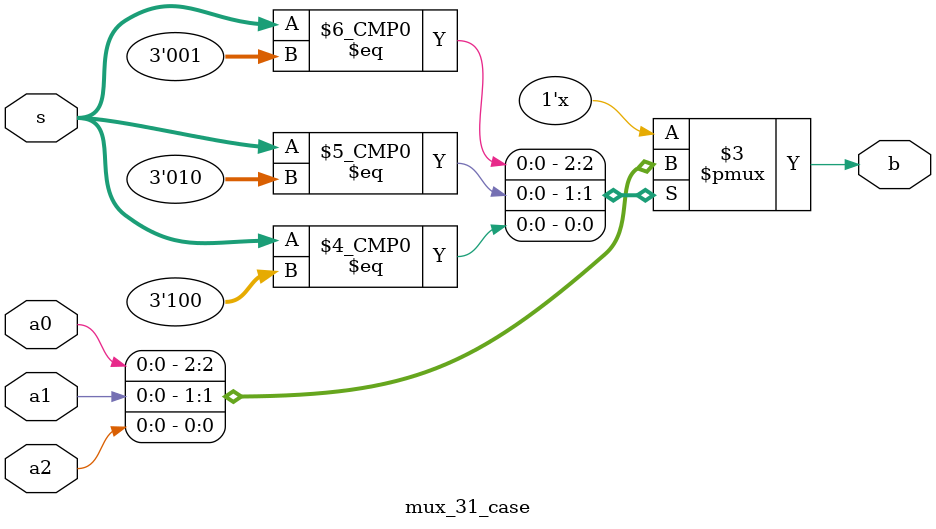
<source format=v>
module mux_31_assign(a2,a1,a0,s,b);
    parameter k = 1;

    input [k-1:0] a2;
    input [k-1:0] a1;
    input [k-1:0] a0;
    input [2:0] s;

    output [k-1:0] b;

    assign b = (a2 & {k{s[2]}}) | (a1 & {k{s[1]}}) | (a0 & {k{s[0]}});

endmodule


// Outputs k'bx when given invalid (non-one-hot) input on selector signal 's'
module mux_31_case(a2,a1,a0,s,b);
    parameter k = 1;

    input [k-1:0] a2;
    input [k-1:0] a1;
    input [k-1:0] a0;
    input [2:0] s;

    output [k-1:0] b;

    reg [k-1:0] b;

    always @(*) begin
        case(s)
            3'b001: b = a0;
            3'b010: b = a1;
            3'b100: b = a2;
            default: b = {k{1'bx}}; // Given invalid (non-one-hot) input on s, output K-wide don't-cares
        endcase
    end
endmodule


</source>
